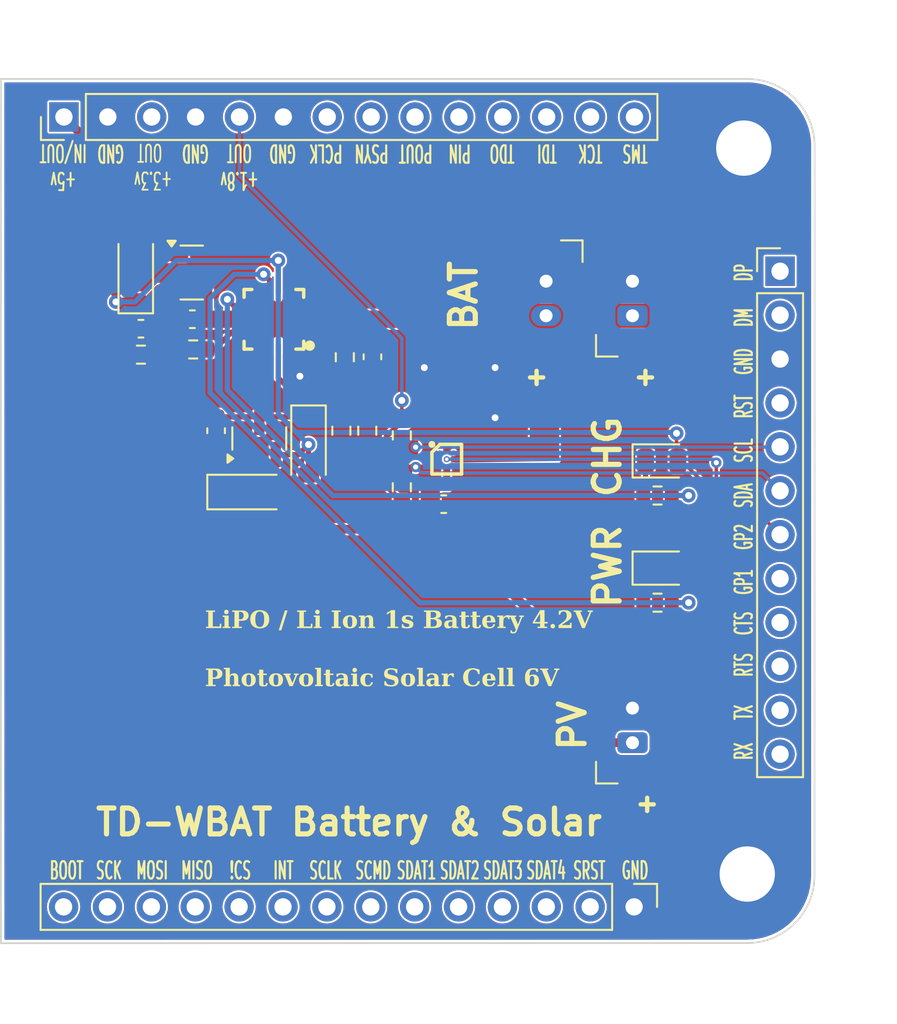
<source format=kicad_pcb>
(kicad_pcb (version 20240108) (generator "pcbnew") (generator_version "8.0")
  (title_block (title "TD-WRLS Battery hAT") (date "2024-09-02") (rev "1.0") (company "Teledatics Incorporated") (comment 1 "James Ewing"))
  (layers (0 "F.Cu" signal) (31 "B.Cu" signal) (34 "B.Paste" user) (35 "F.Paste" user) (36 "B.SilkS" user "B.Silkscreen") (37 "F.SilkS" user "F.Silkscreen") (38 "B.Mask" user) (39 "F.Mask" user) (44 "Edge.Cuts" user))
  (net 0 "")
  (net 1 "SDIO_DAT0_1v8")
  (net 2 "SPI_MISO")
  (net 3 "MODE")
  (net 4 "SPI_IRQ")
  (net 5 "SPI_MOSI")
  (net 6 "SPI_SCK")
  (net 7 "SDIO_DAT2_1v8")
  (net 8 "SPI_!CS")
  (net 9 "SDIO_CLK_1v8")
  (net 10 "SDIO_CMD_1v8")
  (net 11 "SDIO_DAT1_1v8")
  (net 12 "SDIO_DAT3_1v8")
  (net 13 "SDIO_RESET_1v8")
  (net 14 "~{RESET}")
  (net 15 "JTAG_TCK")
  (net 16 "JTAG_TDI")
  (net 17 "JTAG_TDO")
  (net 18 "JTAG_TMS")
  (net 19 "USB_D-")
  (net 20 "UART_CTS")
  (net 21 "UART_RTS")
  (net 22 "UART_TX")
  (net 23 "I2C_SDA")
  (net 24 "GPIO2")
  (net 25 "GPIO1")
  (net 26 "UART_RX")
  (net 27 "USB_D+")
  (net 28 "I2C_SCL")
  (net 29 "+1V8")
  (net 30 "PCM_CLK_1v8")
  (net 31 "PCM_OUT_1v8")
  (net 32 "PCM_IN_1v8")
  (net 33 "PCM_SYNC_1v8")
  (net 34 "GND")
  (net 35 "+5V")
  (net 36 "+3V3")
  (net 37 "BAT")
  (net 38 "Net-(IC3-REG)")
  (net 39 "Net-(D1-K)")
  (net 40 "Net-(D2-K)")
  (net 41 "PV")
  (net 42 "Net-(IC1-~{PGOOD})")
  (net 43 "Net-(IC1-ISET)")
  (net 44 "Net-(IC1-TS)")
  (net 45 "VBAT")
  (net 47 "Net-(IC1-ILIM)")
  (net 50 "Net-(D4-K)")
  (net 51 "Net-(IC1-~{CHG})")
  (net 52 "Net-(D5-A)")
  (net 53 "Net-(D3-K)")
  (net 54 "Net-(IC1-ITERM)")
  (footprint "Resistor_SMD:R_0603_1608Metric" (layer "F.Cu") (at 213.857716 101.175 90)
    (property "Reference" "R9" (hide yes))
    (property "Value" "4.7K")
    (fp_line (start -0.237258 -0.5225) (end 0.237258 -0.5225) (stroke (width 0.12)) (layer "F.SilkS"))
    (fp_line (start -0.237258 0.5225) (end 0.237258 0.5225) (stroke (width 0.12)) (layer "F.SilkS"))
    (pad "1" smd roundrect (at -0.825 0 90) (size 0.8 0.95) (layers "F.Cu" "F.Paste" "F.Mask") (net 29 "+1V8"))
    (pad "2" smd roundrect (at 0.825 0 90) (size 0.8 0.95) (layers "F.Cu" "F.Paste" "F.Mask") (net 23 "I2C_SDA"))
  )
  (footprint "Resistor_SMD:R_0603_1608Metric" (layer "F.Cu") (at 201.782716 93.2 180)
    (property "Reference" "R6" (hide yes))
    (property "Value" "1K2")
    (fp_line (start -0.237258 0.5225) (end 0.237258 0.5225) (stroke (width 0.12)) (layer "F.SilkS"))
    (fp_line (start -0.237258 -0.5225) (end 0.237258 -0.5225) (stroke (width 0.12)) (layer "F.SilkS"))
    (pad "1" smd roundrect (at -0.825 0 180) (size 0.8 0.95) (layers "F.Cu" "F.Paste" "F.Mask") (net 47 "Net-(IC1-ILIM)"))
    (pad "2" smd roundrect (at 0.825 0 180) (size 0.8 0.95) (layers "F.Cu" "F.Paste" "F.Mask") (net 34 "GND"))
  )
  (footprint "Connector_JST:JST_PH_B2B-PH-K_1x02_P2.00mm_Vertical" (layer "F.Cu") (at 227.207716 115.95 90)
    (property "Reference" "J5" (hide yes))
    (property "Value" "JST-PH")
    (fp_line (start -1.11 -2.11) (end -2.36 -2.11) (stroke (width 0.12)) (layer "F.SilkS"))
    (fp_line (start -2.36 -2.11) (end -2.36 -0.86) (stroke (width 0.12)) (layer "F.SilkS"))
    (pad "1" thru_hole roundrect (at 0 0 90) (size 1.2 1.75) (drill 0.75) (layers "*.Cu" "*.Mask") (roundrect_rratio 0.208333) (net 41 "PV"))
    (pad "2" thru_hole oval (at 2 0 90) (size 1.2 1.75) (drill 0.75) (layers "*.Cu" "*.Mask") (net 34 "GND"))
  )
  (footprint "LED_SMD:LED_0805_2012Metric" (layer "F.Cu") (at 228.897716 99.65)
    (property "Reference" "D2" (hide yes))
    (property "Value" "RD")
    (fp_line (start -1.685 -0.96) (end -1.685 0.96) (stroke (width 0.12)) (layer "F.SilkS"))
    (fp_line (start -1.685 0.96) (end 1 0.96) (stroke (width 0.12)) (layer "F.SilkS"))
    (fp_line (start 1 -0.96) (end -1.685 -0.96) (stroke (width 0.12)) (layer "F.SilkS"))
    (pad "1" smd roundrect (at -0.9375 0) (size 0.975 1.4) (layers "F.Cu" "F.Paste" "F.Mask") (net 40 "Net-(D2-K)"))
    (pad "2" smd roundrect (at 0.9375 0) (size 0.975 1.4) (layers "F.Cu" "F.Paste" "F.Mask") (net 35 "+5V"))
  )
  (footprint "Package_TO_SOT_SMD:SOT-23" (layer "F.Cu") (at 205.607716 98.35 90)
    (property "Reference" "Q2" (hide yes))
    (property "Value" "DMP1045U")
    (fp_line (start 0 -1.56) (end 0.65 -1.56) (stroke (width 0.12)) (layer "F.SilkS"))
    (fp_line (start 0 -1.56) (end -0.65 -1.56) (stroke (width 0.12)) (layer "F.SilkS"))
    (fp_line (start 0 1.56) (end 0.65 1.56) (stroke (width 0.12)) (layer "F.SilkS"))
    (fp_line (start 0 1.56) (end -0.65 1.56) (stroke (width 0.12)) (layer "F.SilkS"))
    (fp_poly (pts (xy -1.1625 -1.51) (xy -1.4025 -1.84) (xy -0.9225 -1.84) (xy -1.1625 -1.51)) (stroke (width 0.12)) (fill solid) (layer "F.SilkS"))
    (pad "1" smd roundrect (at -0.9375 -0.95 90) (size 1.475 0.6) (layers "F.Cu" "F.Paste" "F.Mask") (net 53 "Net-(D3-K)"))
    (pad "2" smd roundrect (at -0.9375 0.95 90) (size 1.475 0.6) (layers "F.Cu" "F.Paste" "F.Mask") (net 35 "+5V"))
    (pad "3" smd roundrect (at 0.9375 0 90) (size 1.475 0.6) (layers "F.Cu" "F.Paste" "F.Mask") (net 50 "Net-(D4-K)"))
  )
  (footprint "LED_SMD:LED_0805_2012Metric" (layer "F.Cu") (at 228.897716 105.85)
    (property "Reference" "D1" (hide yes))
    (property "Value" "GN")
    (fp_line (start -1.685 -0.96) (end -1.685 0.96) (stroke (width 0.12)) (layer "F.SilkS"))
    (fp_line (start -1.685 0.96) (end 1 0.96) (stroke (width 0.12)) (layer "F.SilkS"))
    (fp_line (start 1 -0.96) (end -1.685 -0.96) (stroke (width 0.12)) (layer "F.SilkS"))
    (pad "1" smd roundrect (at -0.9375 0) (size 0.975 1.4) (layers "F.Cu" "F.Paste" "F.Mask") (net 39 "Net-(D1-K)"))
    (pad "2" smd roundrect (at 0.9375 0) (size 0.975 1.4) (layers "F.Cu" "F.Paste" "F.Mask") (net 35 "+5V"))
  )
  (footprint "Resistor_SMD:R_0603_1608Metric" (layer "F.Cu") (at 210.357716 97.9 -90)
    (property "Reference" "R4" (hide yes))
    (property "Value" "1K")
    (fp_line (start -0.237258 0.5225) (end 0.237258 0.5225) (stroke (width 0.12)) (layer "F.SilkS"))
    (fp_line (start -0.237258 -0.5225) (end 0.237258 -0.5225) (stroke (width 0.12)) (layer "F.SilkS"))
    (pad "1" smd roundrect (at -0.825 0 270) (size 0.8 0.95) (layers "F.Cu" "F.Paste" "F.Mask") (net 54 "Net-(IC1-ITERM)"))
    (pad "2" smd roundrect (at 0.825 0 270) (size 0.8 0.95) (layers "F.Cu" "F.Paste" "F.Mask") (net 34 "GND"))
  )
  (footprint "Resistor_SMD:R_0603_1608Metric" (layer "F.Cu") (at 198.757716 93.5)
    (property "Reference" "R3" (hide yes))
    (property "Value" "100K")
    (fp_line (start -0.237258 -0.5225) (end 0.237258 -0.5225) (stroke (width 0.12)) (layer "F.SilkS"))
    (fp_line (start -0.237258 0.5225) (end 0.237258 0.5225) (stroke (width 0.12)) (layer "F.SilkS"))
    (pad "1" smd roundrect (at -0.825 0) (size 0.8 0.95) (layers "F.Cu" "F.Paste" "F.Mask") (net 35 "+5V"))
    (pad "2" smd roundrect (at 0.825 0) (size 0.8 0.95) (layers "F.Cu" "F.Paste" "F.Mask") (net 34 "GND"))
  )
  (footprint "Resistor_SMD:R_0603_1608Metric" (layer "F.Cu") (at 213.857716 98.175 -90)
    (property "Reference" "R8" (hide yes))
    (property "Value" "4.7K")
    (fp_line (start -0.237258 0.5225) (end 0.237258 0.5225) (stroke (width 0.12)) (layer "F.SilkS"))
    (fp_line (start -0.237258 -0.5225) (end 0.237258 -0.5225) (stroke (width 0.12)) (layer "F.SilkS"))
    (pad "1" smd roundrect (at -0.825 0 270) (size 0.8 0.95) (layers "F.Cu" "F.Paste" "F.Mask") (net 29 "+1V8"))
    (pad "2" smd roundrect (at 0.825 0 270) (size 0.8 0.95) (layers "F.Cu" "F.Paste" "F.Mask") (net 28 "I2C_SCL"))
  )
  (footprint "Package_BGA:BGA9C40P3X3_147X145X69" (layer "F.Cu") (at 216.457716 99.55)
    (property "Reference" "IC3" (hide yes))
    (property "Value" "MAX17262REWL+" (hide yes))
    (fp_line (start -0.858 -0.4) (end -0.4 -0.858) (stroke (width 0.2)) (layer "F.SilkS"))
    (fp_line (start -0.858 0.858) (end -0.858 -0.4) (stroke (width 0.2)) (layer "F.SilkS"))
    (fp_line (start -0.4 -0.858) (end 0.858 -0.858) (stroke (width 0.2)) (layer "F.SilkS"))
    (fp_line (start 0.858 -0.858) (end 0.858 0.858) (stroke (width 0.2)) (layer "F.SilkS"))
    (fp_line (start 0.858 0.858) (end -0.858 0.858) (stroke (width 0.2)) (layer "F.SilkS"))
    (fp_circle (center -0.858 -0.858) (end -0.858 -0.758) (stroke (width 0.2)) (fill none) (layer "F.SilkS"))
    (pad "A1" smd circle (at -0.4 -0.4 90) (size 0.216 0.216) (layers "F.Cu" "F.Paste" "F.Mask"))
    (pad "A2" smd circle (at 0 -0.4 90) (size 0.216 0.216) (layers "F.Cu" "F.Paste" "F.Mask") (net 37 "BAT"))
    (pad "A3" smd circle (at 0.4 -0.4 90) (size 0.216 0.216) (layers "F.Cu" "F.Paste" "F.Mask"))
    (pad "B1" smd circle (at -0.4 0 90) (size 0.216 0.216) (layers "F.Cu" "F.Paste" "F.Mask") (net 28 "I2C_SCL"))
    (pad "B2" smd circle (at 0 0 90) (size 0.216 0.216) (layers "F.Cu" "F.Paste" "F.Mask") (net 24 "GPIO2"))
    (pad "B3" smd circle (at 0.4 0 90) (size 0.216 0.216) (layers "F.Cu" "F.Paste" "F.Mask") (net 37 "BAT"))
    (pad "C1" smd circle (at -0.4 0.4 90) (size 0.216 0.216) (layers "F.Cu" "F.Paste" "F.Mask") (net 23 "I2C_SDA"))
    (pad "C2" smd circle (at 0 0.4 90) (size 0.216 0.216) (layers "F.Cu" "F.Paste" "F.Mask") (net 38 "Net-(IC3-REG)"))
    (pad "C3" smd circle (at 0.4 0.4 90) (size 0.216 0.216) (layers "F.Cu" "F.Paste" "F.Mask") (net 34 "GND"))
  )
  (footprint "Diode_SMD:D_SOD-123" (layer "F.Cu") (at 208.457716 98.8 -90)
    (property "Reference" "D4" (hide yes))
    (property "Value" "B5819W")
    (fp_line (start -2.36 1) (end 1.65 1) (stroke (width 0.12)) (layer "F.SilkS"))
    (fp_line (start -2.36 -1) (end -2.36 1) (stroke (width 0.12)) (layer "F.SilkS"))
    (fp_line (start -2.36 -1) (end 1.65 -1) (stroke (width 0.12)) (layer "F.SilkS"))
    (pad "1" smd roundrect (at -1.65 0 270) (size 0.9 1.2) (layers "F.Cu" "F.Paste" "F.Mask") (net 50 "Net-(D4-K)"))
    (pad "2" smd roundrect (at 1.65 0 270) (size 0.9 1.2) (layers "F.Cu" "F.Paste" "F.Mask") (net 35 "+5V"))
  )
  (footprint "Capacitor_SMD:C_0603_1608Metric" (layer "F.Cu") (at 198.757716 92)
    (property "Reference" "C5" (hide yes))
    (property "Value" "1u")
    (fp_line (start -0.14058 -0.51) (end 0.14058 -0.51) (stroke (width 0.12)) (layer "F.SilkS"))
    (fp_line (start -0.14058 0.51) (end 0.14058 0.51) (stroke (width 0.12)) (layer "F.SilkS"))
    (pad "1" smd roundrect (at -0.775 0) (size 0.9 0.95) (layers "F.Cu" "F.Paste" "F.Mask") (net 35 "+5V"))
    (pad "2" smd roundrect (at 0.775 0) (size 0.9 0.95) (layers "F.Cu" "F.Paste" "F.Mask") (net 34 "GND"))
  )
  (footprint "Connector_JST:JST_PH_B2B-PH-K_1x02_P2.00mm_Vertical" (layer "F.Cu") (at 222.207716 89.25 -90)
    (property "Reference" "J6" (hide yes))
    (property "Value" "JST-PH")
    (fp_line (start -2.36 -2.11) (end -2.36 -0.86) (stroke (width 0.12)) (layer "F.SilkS"))
    (fp_line (start -1.11 -2.11) (end -2.36 -2.11) (stroke (width 0.12)) (layer "F.SilkS"))
    (pad "1" thru_hole roundrect (at 0 0 270) (size 1.2 1.75) (drill 0.75) (layers "*.Cu" "*.Mask") (roundrect_rratio 0.208333) (net 34 "GND"))
    (pad "2" thru_hole oval (at 2 0 270) (size 1.2 1.75) (drill 0.75) (layers "*.Cu" "*.Mask") (net 37 "BAT"))
  )
  (footprint "Connector_PinHeader_2.54mm:PinHeader_1x14_P2.54mm_Vertical" (layer "F.Cu") (at 194.3 79.75 90)
    (property "Reference" "J3" (hide yes))
    (property "Value" "Conn_01x14_Male")
    (fp_line (start -1.33 -1.33) (end 0 -1.33) (stroke (width 0.12)) (layer "F.SilkS"))
    (fp_line (start -1.33 0) (end -1.33 -1.33) (stroke (width 0.12)) (layer "F.SilkS"))
    (fp_line (start 1.33 1.27) (end 1.33 34.35) (stroke (width 0.12)) (layer "F.SilkS"))
    (fp_line (start -1.33 1.27) (end 1.33 1.27) (stroke (width 0.12)) (layer "F.SilkS"))
    (fp_line (start -1.33 1.27) (end -1.33 34.35) (stroke (width 0.12)) (layer "F.SilkS"))
    (fp_line (start -1.33 34.35) (end 1.33 34.35) (stroke (width 0.12)) (layer "F.SilkS"))
    (pad "1" thru_hole rect (at 0 0 90) (size 1.7 1.7) (drill 1) (layers "*.Cu" "*.Mask") (net 35 "+5V"))
    (pad "2" thru_hole oval (at 0 2.54 90) (size 1.7 1.7) (drill 1) (layers "*.Cu" "*.Mask") (net 34 "GND"))
    (pad "3" thru_hole oval (at 0 5.08 90) (size 1.7 1.7) (drill 1) (layers "*.Cu" "*.Mask") (net 36 "+3V3"))
    (pad "4" thru_hole oval (at 0 7.62 90) (size 1.7 1.7) (drill 1) (layers "*.Cu" "*.Mask") (net 34 "GND"))
    (pad "5" thru_hole oval (at 0 10.16 90) (size 1.7 1.7) (drill 1) (layers "*.Cu" "*.Mask") (net 29 "+1V8"))
    (pad "6" thru_hole oval (at 0 12.7 90) (size 1.7 1.7) (drill 1) (layers "*.Cu" "*.Mask") (net 34 "GND"))
    (pad "7" thru_hole oval (at 0 15.24 90) (size 1.7 1.7) (drill 1) (layers "*.Cu" "*.Mask") (net 30 "PCM_CLK_1v8"))
    (pad "8" thru_hole oval (at 0 17.78 90) (size 1.7 1.7) (drill 1) (layers "*.Cu" "*.Mask") (net 33 "PCM_SYNC_1v8"))
    (pad "9" thru_hole oval (at 0 20.32 90) (size 1.7 1.7) (drill 1) (layers "*.Cu" "*.Mask") (net 31 "PCM_OUT_1v8"))
    (pad "10" thru_hole oval (at 0 22.86 90) (size 1.7 1.7) (drill 1) (layers "*.Cu" "*.Mask") (net 32 "PCM_IN_1v8"))
    (pad "11" thru_hole oval (at 0 25.4 90) (size 1.7 1.7) (drill 1) (layers "*.Cu" "*.Mask") (net 17 "JTAG_TDO"))
    (pad "12" thru_hole oval (at 0 27.94 90) (size 1.7 1.7) (drill 1) (layers "*.Cu" "*.Mask") (net 16 "JTAG_TDI"))
    (pad "13" thru_hole oval (at 0 30.48 90) (size 1.7 1.7) (drill 1) (layers "*.Cu" "*.Mask") (net 15 "JTAG_TCK"))
    (pad "14" thru_hole oval (at 0 33.02 90) (size 1.7 1.7) (drill 1) (layers "*.Cu" "*.Mask") (net 18 "JTAG_TMS"))
  )
  (footprint "Diode_SMD:D_SOD-123" (layer "F.Cu") (at 198.457716 88.75 90)
    (property "Reference" "D5" (hide yes))
    (property "Value" "B5819W")
    (fp_line (start -2.36 -1) (end 1.65 -1) (stroke (width 0.12)) (layer "F.SilkS"))
    (fp_line (start -2.36 -1) (end -2.36 1) (stroke (width 0.12)) (layer "F.SilkS"))
    (fp_line (start -2.36 1) (end 1.65 1) (stroke (width 0.12)) (layer "F.SilkS"))
    (pad "1" smd roundrect (at -1.65 0 90) (size 0.9 1.2) (layers "F.Cu" "F.Paste" "F.Mask") (net 35 "+5V"))
    (pad "2" smd roundrect (at 1.65 0 90) (size 0.9 1.2) (layers "F.Cu" "F.Paste" "F.Mask") (net 52 "Net-(D5-A)"))
  )
  (footprint "Package_TO_SOT_SMD:SOT-23" (layer "F.Cu") (at 201.695216 88.75)
    (property "Reference" "Q1" (hide yes))
    (property "Value" "DMP1045U")
    (fp_line (start 0 -1.56) (end -0.65 -1.56) (stroke (width 0.12)) (layer "F.SilkS"))
    (fp_line (start 0 -1.56) (end 0.65 -1.56) (stroke (width 0.12)) (layer "F.SilkS"))
    (fp_line (start 0 1.56) (end -0.65 1.56) (stroke (width 0.12)) (layer "F.SilkS"))
    (fp_line (start 0 1.56) (end 0.65 1.56) (stroke (width 0.12)) (layer "F.SilkS"))
    (fp_poly (pts (xy -1.1625 -1.51) (xy -1.4025 -1.84) (xy -0.9225 -1.84) (xy -1.1625 -1.51)) (stroke (width 0.12)) (fill solid) (layer "F.SilkS"))
    (pad "1" smd roundrect (at -0.9375 -0.95) (size 1.475 0.6) (layers "F.Cu" "F.Paste" "F.Mask") (net 52 "Net-(D5-A)"))
    (pad "2" smd roundrect (at -0.9375 0.95) (size 1.475 0.6) (layers "F.Cu" "F.Paste" "F.Mask") (net 35 "+5V"))
    (pad "3" smd roundrect (at 0.9375 0) (size 1.475 0.6) (layers "F.Cu" "F.Paste" "F.Mask") (net 45 "VBAT"))
  )
  (footprint "MountingHole:MountingHole_3.2mm_M3_Pad" (layer "F.Cu") (at 233.85 123.55)
    (property "Reference" "H2" (hide yes))
    (property "Value" "MountingHole")
    (pad "1" thru_hole circle (at 0 0) (size 6.4 6.4) (drill 3.2) (layers "*.Cu" "*.Mask") (net 34 "GND"))
  )
  (footprint "Resistor_SMD:R_0603_1608Metric" (layer "F.Cu") (at 211.857716 97.9 -90)
    (property "Reference" "R5" (hide yes))
    (property "Value" "680R")
    (fp_line (start -0.237258 0.5225) (end 0.237258 0.5225) (stroke (width 0.12)) (layer "F.SilkS"))
    (fp_line (start -0.237258 -0.5225) (end 0.237258 -0.5225) (stroke (width 0.12)) (layer "F.SilkS"))
    (pad "1" smd roundrect (at -0.825 0 270) (size 0.8 0.95) (layers "F.Cu" "F.Paste" "F.Mask") (net 43 "Net-(IC1-ISET)"))
    (pad "2" smd roundrect (at 0.825 0 270) (size 0.8 0.95) (layers "F.Cu" "F.Paste" "F.Mask") (net 34 "GND"))
  )
  (footprint "Capacitor_SMD:C_0603_1608Metric" (layer "F.Cu") (at 216.282716 102.15)
    (property "Reference" "C4" (hide yes))
    (property "Value" "470n")
    (fp_line (start -0.14058 -0.51) (end 0.14058 -0.51) (stroke (width 0.12)) (layer "F.SilkS"))
    (fp_line (start -0.14058 0.51) (end 0.14058 0.51) (stroke (width 0.12)) (layer "F.SilkS"))
    (pad "1" smd roundrect (at -0.775 0) (size 0.9 0.95) (layers "F.Cu" "F.Paste" "F.Mask") (net 38 "Net-(IC3-REG)"))
    (pad "2" smd roundrect (at 0.775 0) (size 0.9 0.95) (layers "F.Cu" "F.Paste" "F.Mask") (net 34 "GND"))
  )
  (footprint "MountingHole:MountingHole_3.2mm_M3_Pad" (layer "F.Cu") (at 233.65 81.55)
    (property "Reference" "H1" (hide yes))
    (property "Value" "MountingHole")
    (pad "1" thru_hole circle (at 0 0) (size 6.4 6.4) (drill 3.2) (layers "*.Cu" "*.Mask") (net 34 "GND"))
  )
  (footprint "Capacitor_SMD:C_0603_1608Metric" (layer "F.Cu") (at 201.732716 91.45 180)
    (property "Reference" "C2" (hide yes))
    (property "Value" "4.7u")
    (fp_line (start -0.14058 0.51) (end 0.14058 0.51) (stroke (width 0.12)) (layer "F.SilkS"))
    (fp_line (start -0.14058 -0.51) (end 0.14058 -0.51) (stroke (width 0.12)) (layer "F.SilkS"))
    (pad "1" smd roundrect (at -0.775 0 180) (size 0.9 0.95) (layers "F.Cu" "F.Paste" "F.Mask") (net 45 "VBAT"))
    (pad "2" smd roundrect (at 0.775 0 180) (size 0.9 0.95) (layers "F.Cu" "F.Paste" "F.Mask") (net 34 "GND"))
  )
  (footprint "Connector_PinHeader_2.54mm:PinHeader_1x12_P2.54mm_Vertical" (layer "F.Cu") (at 235.75 88.675)
    (property "Reference" "J2" (hide yes))
    (property "Value" "Conn_01x12_Male")
    (fp_line (start -1.33 -1.33) (end 0 -1.33) (stroke (width 0.12)) (layer "F.SilkS"))
    (fp_line (start -1.33 0) (end -1.33 -1.33) (stroke (width 0.12)) (layer "F.SilkS"))
    (fp_line (start -1.33 1.27) (end -1.33 29.27) (stroke (width 0.12)) (layer "F.SilkS"))
    (fp_line (start -1.33 1.27) (end 1.33 1.27) (stroke (width 0.12)) (layer "F.SilkS"))
    (fp_line (start -1.33 29.27) (end 1.33 29.27) (stroke (width 0.12)) (layer "F.SilkS"))
    (fp_line (start 1.33 1.27) (end 1.33 29.27) (stroke (width 0.12)) (layer "F.SilkS"))
    (pad "1" thru_hole rect (at 0 0) (size 1.7 1.7) (drill 1) (layers "*.Cu" "*.Mask") (net 27 "USB_D+"))
    (pad "2" thru_hole oval (at 0 2.54) (size 1.7 1.7) (drill 1) (layers "*.Cu" "*.Mask") (net 19 "USB_D-"))
    (pad "3" thru_hole oval (at 0 5.08) (size 1.7 1.7) (drill 1) (layers "*.Cu" "*.Mask") (net 34 "GND"))
    (pad "4" thru_hole oval (at 0 7.62) (size 1.7 1.7) (drill 1) (layers "*.Cu" "*.Mask") (net 14 "~{RESET}"))
    (pad "5" thru_hole oval (at 0 10.16) (size 1.7 1.7) (drill 1) (layers "*.Cu" "*.Mask") (net 28 "I2C_SCL"))
    (pad "6" thru_hole oval (at 0 12.7) (size 1.7 1.7) (drill 1) (layers "*.Cu" "*.Mask") (net 23 "I2C_SDA"))
    (pad "7" thru_hole oval (at 0 15.24) (size 1.7 1.7) (drill 1) (layers "*.Cu" "*.Mask") (net 24 "GPIO2"))
    (pad "8" thru_hole oval (at 0 17.78) (size 1.7 1.7) (drill 1) (layers "*.Cu" "*.Mask") (net 25 "GPIO1"))
    (pad "9" thru_hole oval (at 0 20.32) (size 1.7 1.7) (drill 1) (layers "*.Cu" "*.Mask") (net 20 "UART_CTS"))
    (pad "10" thru_hole oval (at 0 22.86) (size 1.7 1.7) (drill 1) (layers "*.Cu" "*.Mask") (net 21 "UART_RTS"))
    (pad "11" thru_hole oval (at 0 25.4) (size 1.7 1.7) (drill 1) (layers "*.Cu" "*.Mask") (net 22 "UART_TX"))
    (pad "12" thru_hole oval (at 0 27.94) (size 1.7 1.7) (drill 1) (layers "*.Cu" "*.Mask") (net 26 "UART_RX"))
  )
  (footprint "Capacitor_SMD:C_0603_1608Metric" (layer "F.Cu") (at 212.157716 93.625 -90)
    (property "Reference" "C1" (hide yes))
    (property "Value" "10u")
    (fp_line (start -0.14058 0.51) (end 0.14058 0.51) (stroke (width 0.12)) (layer "F.SilkS"))
    (fp_line (start -0.14058 -0.51) (end 0.14058 -0.51) (stroke (width 0.12)) (layer "F.SilkS"))
    (pad "1" smd roundrect (at -0.775 0 270) (size 0.9 0.95) (layers "F.Cu" "F.Paste" "F.Mask") (net 37 "BAT"))
    (pad "2" smd roundrect (at 0.775 0 270) (size 0.9 0.95) (layers "F.Cu" "F.Paste" "F.Mask") (net 34 "GND"))
  )
  (footprint "Resistor_SMD:R_0603_1608Metric" (layer "F.Cu") (at 228.657716 107.85)
    (property "Reference" "R1" (hide yes))
    (property "Value" "1K5")
    (fp_line (start -0.237258 -0.5225) (end 0.237258 -0.5225) (stroke (width 0.12)) (layer "F.SilkS"))
    (fp_line (start -0.237258 0.5225) (end 0.237258 0.5225) (stroke (width 0.12)) (layer "F.SilkS"))
    (pad "1" smd roundrect (at -0.825 0) (size 0.8 0.95) (layers "F.Cu" "F.Paste" "F.Mask") (net 39 "Net-(D1-K)"))
    (pad "2" smd roundrect (at 0.825 0) (size 0.8 0.95) (layers "F.Cu" "F.Paste" "F.Mask") (net 42 "Net-(IC1-~{PGOOD})"))
  )
  (footprint "Diode_SMD:D_SOD-123" (layer "F.Cu") (at 204.957716 101.45)
    (property "Reference" "D3" (hide yes))
    (property "Value" "B5819W")
    (fp_line (start -2.36 -1) (end -2.36 1) (stroke (width 0.12)) (layer "F.SilkS"))
    (fp_line (start -2.36 -1) (end 1.65 -1) (stroke (width 0.12)) (layer "F.SilkS"))
    (fp_line (start -2.36 1) (end 1.65 1) (stroke (width 0.12)) (layer "F.SilkS"))
    (pad "1" smd roundrect (at -1.65 0) (size 0.9 1.2) (layers "F.Cu" "F.Paste" "F.Mask") (net 53 "Net-(D3-K)"))
    (pad "2" smd roundrect (at 1.65 0) (size 0.9 1.2) (layers "F.Cu" "F.Paste" "F.Mask") (net 41 "PV"))
  )
  (footprint "Connector_JST:JST_PH_B2B-PH-K_1x02_P2.00mm_Vertical" (layer "F.Cu") (at 227.207716 91.25 90)
    (property "Reference" "J4" (hide yes))
    (property "Value" "JST-PH")
    (fp_line (start -1.11 -2.11) (end -2.36 -2.11) (stroke (width 0.12)) (layer "F.SilkS"))
    (fp_line (start -2.36 -2.11) (end -2.36 -0.86) (stroke (width 0.12)) (layer "F.SilkS"))
    (pad "1" thru_hole roundrect (at 0 0 90) (size 1.2 1.75) (drill 0.75) (layers "*.Cu" "*.Mask") (roundrect_rratio 0.208333) (net 37 "BAT"))
    (pad "2" thru_hole oval (at 2 0 90) (size 1.2 1.75) (drill 0.75) (layers "*.Cu" "*.Mask") (net 34 "GND"))
  )
  (footprint "Capacitor_SMD:C_0603_1608Metric" (layer "F.Cu") (at 203.107716 97.9 -90)
    (property "Reference" "C3" (hide yes))
    (property "Value" "1u")
    (fp_line (start -0.14058 0.51) (end 0.14058 0.51) (stroke (width 0.12)) (layer "F.SilkS"))
    (fp_line (start -0.14058 -0.51) (end 0.14058 -0.51) (stroke (width 0.12)) (layer "F.SilkS"))
    (pad "1" smd roundrect (at -0.775 0 270) (size 0.9 0.95) (layers "F.Cu" "F.Paste" "F.Mask") (net 50 "Net-(D4-K)"))
    (pad "2" smd roundrect (at 0.775 0 270) (size 0.9 0.95) (layers "F.Cu" "F.Paste" "F.Mask") (net 34 "GND"))
  )
  (footprint "easyeda2kicad:QFN-16_L3.0-W3.0-P0.50-TL-EP1.7" (layer "F.Cu") (at 206.457716 91.45 180)
    (property "Reference" "IC1" (hide yes))
    (property "Value" "BQ24074RGTR")
    (fp_line (start 1.73 1.72) (end 1.73 1.27) (stroke (width 0.2)) (layer "F.SilkS"))
    (fp_line (start 1.73 -1.73) (end 1.73 -1.28) (stroke (width 0.2)) (layer "F.SilkS"))
    (fp_line (start 1.28 1.72) (end 1.73 1.72) (stroke (width 0.2)) (layer "F.SilkS"))
    (fp_line (start 1.28 -1.73) (end 1.73 -1.73) (stroke (width 0.2)) (layer "F.SilkS"))
    (fp_line (start -1.27 1.72) (end -1.72 1.72) (stroke (width 0.2)) (layer "F.SilkS"))
    (fp_line (start -1.72 1.72) (end -1.72 1.27) (stroke (width 0.2)) (layer "F.SilkS"))
    (fp_line (start -1.72 -1.28) (end -1.72 -1.73) (stroke (width 0.2)) (layer "F.SilkS"))
    (fp_line (start -1.72 -1.73) (end -1.27 -1.73) (stroke (width 0.2)) (layer "F.SilkS"))
    (fp_arc (start -2.07 -1.53) (mid -2.07 -1.53) (end -2.07 -1.53) (stroke (width 0.3)) (layer "F.SilkS"))
    (pad "1" smd oval (at -1.5 -0.75 180) (size 0.85 0.28) (layers "F.Cu" "F.Paste" "F.Mask") (net 44 "Net-(IC1-TS)"))
    (pad "2" smd oval (at -1.5 -0.25 180) (size 0.85 0.28) (layers "F.Cu" "F.Paste" "F.Mask") (net 37 "BAT"))
    (pad "3" smd oval (at -1.5 0.25 180) (size 0.85 0.28) (layers "F.Cu" "F.Paste" "F.Mask") (net 37 "BAT"))
    (pad "4" smd oval (at -1.5 0.75 180) (size 0.85 0.28) (layers "F.Cu" "F.Paste" "F.Mask") (net 34 "GND"))
    (pad "5" smd oval (at -0.75 1.5 180) (size 0.28 0.85) (layers "F.Cu" "F.Paste" "F.Mask") (net 34 "GND"))
    (pad "6" smd oval (at -0.25 1.5 180) (size 0.28 0.85) (layers "F.Cu" "F.Paste" "F.Mask") (net 35 "+5V"))
    (pad "7" smd oval (at 0.25 1.5 180) (size 0.28 0.85) (layers "F.Cu" "F.Paste" "F.Mask") (net 42 "Net-(IC1-~{PGOOD})"))
    (pad "8" smd oval (at 0.75 1.5 180) (size 0.28 0.85) (layers "F.Cu" "F.Paste" "F.Mask") (net 34 "GND"))
    (pad "9" smd oval (at 1.5 0.75 180) (size 0.85 0.28) (layers "F.Cu" "F.Paste" "F.Mask") (net 51 "Net-(IC1-~{CHG})"))
    (pad "10" smd oval (at 1.5 0.25 180) (size 0.85 0.28) (layers "F.Cu" "F.Paste" "F.Mask") (net 45 "VBAT"))
    (pad "11" smd oval (at 1.5 -0.25 180) (size 0.85 0.28) (layers "F.Cu" "F.Paste" "F.Mask") (net 45 "VBAT"))
    (pad "12" smd oval (at 1.5 -0.75 180) (size 0.85 0.28) (layers "F.Cu" "F.Paste" "F.Mask") (net 47 "Net-(IC1-ILIM)"))
    (pad "13" smd oval (at 0.75 -1.5 180) (size 0.28 0.85) (layers "F.Cu" "F.Paste" "F.Mask") (net 50 "Net-(D4-K)"))
    (pad "14" smd oval (at 0.25 -1.5 180) (size 0.28 0.85) (layers "F.Cu" "F.Paste" "F.Mask"))
    (pad "15" smd oval (at -0.25 -1.5 180) (size 0.28 0.85) (layers "F.Cu" "F.Paste" "F.Mask") (net 54 "Net-(IC1-ITERM)"))
    (pad "16" smd oval (at -0.75 -1.5 180) (size 0.28 0.85) (layers "F.Cu" "F.Paste" "F.Mask") (net 43 "Net-(IC1-ISET)"))
    (pad "17" smd custom (at 0 0 90) (size 1 1) (layers "F.Cu" "F.Paste" "F.Mask") (net 34 "GND") (options (clearance outline) (anchor circle)) (primitives (gr_poly (pts (xy 0.85 -0.85) (xy 0.85 0.85) (xy -0.85 0.85) (xy -0.85 -0.43) (xy -0.42 -0.85)) (width 0.1) (fill yes))))
  )
  (footprint "Connector_PinHeader_2.54mm:PinHeader_1x14_P2.54mm_Vertical" (layer "F.Cu") (at 227.3 125.45 -90)
    (property "Reference" "J1" (hide yes))
    (property "Value" "Conn_01x14_Male")
    (fp_line (start -1.33 34.35) (end 1.33 34.35) (stroke (width 0.12)) (layer "F.SilkS"))
    (fp_line (start -1.33 1.27) (end -1.33 34.35) (stroke (width 0.12)) (layer "F.SilkS"))
    (fp_line (start -1.33 1.27) (end 1.33 1.27) (stroke (width 0.12)) (layer "F.SilkS"))
    (fp_line (start 1.33 1.27) (end 1.33 34.35) (stroke (width 0.12)) (layer "F.SilkS"))
    (fp_line (start -1.33 0) (end -1.33 -1.33) (stroke (width 0.12)) (layer "F.SilkS"))
    (fp_line (start -1.33 -1.33) (end 0 -1.33) (stroke (width 0.12)) (layer "F.SilkS"))
    (pad "1" thru_hole rect (at 0 0 270) (size 1.7 1.7) (drill 1) (layers "*.Cu" "*.Mask") (net 34 "GND"))
    (pad "2" thru_hole oval (at 0 2.54 270) (size 1.7 1.7) (drill 1) (layers "*.Cu" "*.Mask") (net 13 "SDIO_RESET_1v8"))
    (pad "3" thru_hole oval (at 0 5.08 270) (size 1.7 1.7) (drill 1) (layers "*.Cu" "*.Mask") (net 12 "SDIO_DAT3_1v8"))
    (pad "4" thru_hole oval (at 0 7.62 270) (size 1.7 1.7) (drill 1) (layers "*.Cu" "*.Mask") (net 7 "SDIO_DAT2_1v8"))
    (pad "5" thru_hole oval (at 0 10.16 270) (size 1.7 1.7) (drill 1) (layers "*.Cu" "*.Mask") (net 11 "SDIO_DAT1_1v8"))
    (pad "6" thru_hole oval (at 0 12.7 270) (size 1.7 1.7) (drill 1) (layers "*.Cu" "*.Mask") (net 1 "SDIO_DAT0_1v8"))
    (pad "7" thru_hole oval (at 0 15.24 270) (size 1.7 1.7) (drill 1) (layers "*.Cu" "*.Mask") (net 10 "SDIO_CMD_1v8"))
    (pad "8" thru_hole oval (at 0 17.78 270) (size 1.7 1.7) (drill 1) (layers "*.Cu" "*.Mask") (net 9 "SDIO_CLK_1v8"))
    (pad "9" thru_hole oval (at 0 20.32 270) (size 1.7 1.7) (drill 1) (layers "*.Cu" "*.Mask") (net 4 "SPI_IRQ"))
    (pad "10" thru_hole oval (at 0 22.86 270) (size 1.7 1.7) (drill 1) (layers "*.Cu" "*.Mask") (net 8 "SPI_!CS"))
    (pad "11" thru_hole oval (at 0 25.4 270) (size 1.7 1.7) (drill 1) (layers "*.Cu" "*.Mask") (net 2 "SPI_MISO"))
    (pad "12" thru_hole oval (at 0 27.94 270) (size 1.7 1.7) (drill 1) (layers "*.Cu" "*.Mask") (net 5 "SPI_MOSI"))
    (pad "13" thru_hole oval (at 0 30.48 270) (size 1.7 1.7) (drill 1) (layers "*.Cu" "*.Mask") (net 6 "SPI_SCK"))
    (pad "14" thru_hole oval (at 0 33.02 270) (size 1.7 1.7) (drill 1) (layers "*.Cu" "*.Mask") (net 3 "MODE"))
  )
  (footprint "Resistor_SMD:R_0603_1608Metric" (layer "F.Cu") (at 228.657716 101.65)
    (property "Reference" "R7" (hide yes))
    (property "Value" "1K5")
    (fp_line (start -0.237258 -0.5225) (end 0.237258 -0.5225) (stroke (width 0.12)) (layer "F.SilkS"))
    (fp_line (start -0.237258 0.5225) (end 0.237258 0.5225) (stroke (width 0.12)) (layer "F.SilkS"))
    (pad "1" smd roundrect (at -0.825 0) (size 0.8 0.95) (layers "F.Cu" "F.Paste" "F.Mask") (net 40 "Net-(D2-K)"))
    (pad "2" smd roundrect (at 0.825 0) (size 0.8 0.95) (layers "F.Cu" "F.Paste" "F.Mask") (net 51 "Net-(IC1-~{CHG})"))
  )
  (footprint "Resistor_SMD:R_0603_1608Metric" (layer "F.Cu") (at 210.557716 93.65 -90)
    (property "Reference" "R2" (hide yes))
    (property "Value" "10K")
    (fp_line (start -0.237258 0.5225) (end 0.237258 0.5225) (stroke (width 0.12)) (layer "F.SilkS"))
    (fp_line (start -0.237258 -0.5225) (end 0.237258 -0.5225) (stroke (width 0.12)) (layer "F.SilkS"))
    (pad "1" smd roundrect (at -0.825 0 270) (size 0.8 0.95) (layers "F.Cu" "F.Paste" "F.Mask") (net 44 "Net-(IC1-TS)"))
    (pad "2" smd roundrect (at 0.825 0 270) (size 0.8 0.95) (layers "F.Cu" "F.Paste" "F.Mask") (net 34 "GND"))
  )
  (footprint "teledatics:teledatics_logo_kicad_footprint" (layer "F.Cu") (at 208.864169 102.373282 90)
    (property "Reference" "G***" (hide yes))
    (property "Value" "LOGO" (hide yes))
  )
  (gr_line (start 233.842284 127.542284) (end 190.657716 127.55) (stroke (width 0.1)) (layer "Edge.Cuts"))
  (gr_line (start 190.65 77.55) (end 233.85 77.55) (stroke (width 0.1)) (layer "Edge.Cuts"))
  (gr_arc (start 237.742284 123.642284) (mid 236.6 126.4) (end 233.842284 127.542284) (stroke (width 0.1)) (layer "Edge.Cuts"))
  (gr_arc (start 233.85 77.55) (mid 236.607716 78.692284) (end 237.75 81.45) (stroke (width 0.1)) (layer "Edge.Cuts"))
  (gr_line (start 190.657716 127.55) (end 190.65 77.55) (stroke (width 0.1)) (layer "Edge.Cuts"))
  (gr_line (start 237.75 81.45) (end 237.742284 123.642284) (stroke (width 0.1)) (layer "Edge.Cuts"))
  (gr_text "+5v\nIN/OUT" (at 194.257716 82.633035 180) (layer "F.SilkS") (effects (font (size 1 0.5) (thickness 0.1125))))
  (gr_text "INT" (at 207.007716 123.35 0) (layer "F.SilkS") (effects (font (size 1 0.5) (thickness 0.125))))
  (gr_text "TMS" (at 227.357716 81.85 180) (layer "F.SilkS") (effects (font (size 1 0.5) (thickness 0.125))))
  (gr_text "PSYN" (at 212.107716 81.85 180) (layer "F.SilkS") (effects (font (size 1 0.5) (thickness 0.125))))
  (gr_text "GP1" (at 233.657716 106.65 90) (layer "F.SilkS") (effects (font (size 1 0.5) (thickness 0.125))))
  (gr_text "PWR" (at 226.635216 108.3 90) (layer "F.SilkS") (effects (font (size 1.5 1.5) (thickness 0.3) (bold yes)) (justify left bottom)))
  (gr_text "PIN" (at 217.207716 81.85 180) (layer "F.SilkS") (effects (font (size 1 0.5) (thickness 0.125))))
  (gr_text "TDI" (at 222.257716 81.85 180) (layer "F.SilkS") (effects (font (size 1 0.5) (thickness 0.125))))
  (gr_text "+3.3v\n OUT" (at 199.457716 82.611097 180) (layer "F.SilkS") (effects (font (size 1 0.5) (thickness 0.1))))
  (gr_text "TX" (at 233.657716 114.2 90) (layer "F.SilkS") (effects (font (size 1 0.5) (thickness 0.125))))
  (gr_text "SCLK" (at 209.457716 123.35 0) (layer "F.SilkS") (effects (font (size 1 0.5) (thickness 0.125))))
  (gr_text "TCK" (at 224.757716 81.85 180) (layer "F.SilkS") (effects (font (size 1 0.5) (thickness 0.125))))
  (gr_text "+" (at 228.057716 119.45 0) (layer "F.SilkS") (effects (font (size 1 1) (thickness 0.25))))
  (gr_text "DM" (at 233.657716 91.35 90) (layer "F.SilkS") (effects (font (size 1 0.5) (thickness 0.125))))
  (gr_text "RX" (at 233.657716 116.45 90) (layer "F.SilkS") (effects (font (size 1 0.5) (thickness 0.125))))
  (gr_text "SCK" (at 196.907716 123.35 0) (layer "F.SilkS") (effects (font (size 1 0.5) (thickness 0.125))))
  (gr_text "SDA" (at 233.657716 101.65 90) (layer "F.SilkS") (effects (font (size 1 0.5) (thickness 0.125))))
  (gr_text "+1.8v\nOUT" (at 204.457716 82.633035 180) (layer "F.SilkS") (effects (font (size 1 0.5) (thickness 0.1125))))
  (gr_text "TDO" (at 219.657716 81.85 180) (layer "F.SilkS") (effects (font (size 1 0.5) (thickness 0.125))))
  (gr_text "POUT" (at 214.657716 81.85 180) (layer "F.SilkS") (effects (font (size 1 0.5) (thickness 0.125))))
  (gr_text "CTS" (at 233.657716 109.05 90) (layer "F.SilkS") (effects (font (size 1 0.5) (thickness 0.125))))
  (gr_text "SCMD" (at 212.207716 123.35 0) (layer "F.SilkS") (effects (font (size 1 0.5) (thickness 0.125))))
  (gr_text "RTS" (at 233.657716 111.45 90) (layer "F.SilkS") (effects (font (size 1 0.5) (thickness 0.125))))
  (gr_text "GP2" (at 233.657716 104.05 90) (layer "F.SilkS") (effects (font (size 1 0.5) (thickness 0.125))))
  (gr_text "GND" (at 197.007716 81.85 180) (layer "F.SilkS") (effects (font (size 1 0.5) (thickness 0.125))))
  (gr_text "SDAT4" (at 222.207716 123.35 0) (layer "F.SilkS") (effects (font (size 1 0.5) (thickness 0.125))))
  (gr_text "BAT" (at 218.307716 92.25 90) (layer "F.SilkS") (effects (font (size 1.5 1.5) (thickness 0.3) (bold yes)) (justify left bottom)))
  (gr_text "GND" (at 233.657716 93.9 90) (layer "F.SilkS") (effects (font (size 1 0.5) (thickness 0.125))))
  (gr_text "GND" (at 206.957716 81.85 180) (layer "F.SilkS") (effects (font (size 1 0.5) (thickness 0.125))))
  (gr_text "SCL" (at 233.657716 99.05 90) (layer "F.SilkS") (effects (font (size 1 0.5) (thickness 0.125))))
  (gr_text "SDAT2" (at 217.207716 123.35 0) (layer "F.SilkS") (effects (font (size 1 0.5) (thickness 0.125))))
  (gr_text "SDAT1" (at 214.707716 123.35 0) (layer "F.SilkS") (effects (font (size 1 0.5) (thickness 0.125))))
  (gr_text "RST" (at 233.657716 96.5 90) (layer "F.SilkS") (effects (font (size 1 0.5) (thickness 0.125))))
  (gr_text "SRST" (at 224.707716 123.35 0) (layer "F.SilkS") (effects (font (size 1 0.5) (thickness 0.125))))
  (gr_text "+" (at 221.657716 94.75 0) (layer "F.SilkS") (effects (font (size 1 1) (thickness 0.25))))
  (gr_text "!CS" (at 204.507716 123.35 0) (layer "F.SilkS") (effects (font (size 1 0.5) (thickness 0.125))))
  (gr_text "GND" (at 227.357716 123.35 0) (layer "F.SilkS") (effects (font (size 1 0.5) (thickness 0.125))))
  (gr_text "DP" (at 233.657716 88.75 90) (layer "F.SilkS") (effects (font (size 1 0.5) (thickness 0.125))))
  (gr_text "BOOT" (at 194.457716 123.35 0) (layer "F.SilkS") (effects (font (size 1 0.5) (thickness 0.125))))
  (gr_text "MOSI" (at 199.407716 123.35 0) (layer "F.SilkS") (effects (font (size 1 0.5) (thickness 0.125))))
  (gr_text "MISO" (at 202.007716 123.35 0) (layer "F.SilkS") (effects (font (size 1 0.5) (thickness 0.125))))
  (gr_text "PV" (at 224.607716 116.55 90) (layer "F.SilkS") (effects (font (size 1.5 1.5) (thickness 0.3) (bold yes)) (justify left bottom)))
  (gr_text "SDAT3" (at 219.707716 123.35 0) (layer "F.SilkS") (effects (font (size 1 0.5) (thickness 0.125))))
  (gr_text "+" (at 227.957716 94.75 0) (layer "F.SilkS") (effects (font (size 1 1) (thickness 0.25))))
  (gr_text "GND" (at 201.907716 81.85 180) (layer "F.SilkS") (effects (font (size 1 0.5) (thickness 0.125))))
  (gr_text "LiPO / Li Ion 1s Battery 4.2V\n\nPhotovoltaic Solar Cell 6V" (at 202.457716 112.85 0) (layer "F.SilkS") (effects (font (size 1 1) (thickness 0.25) (bold yes)) (justify left bottom)))
  (gr_text "CHG" (at 226.635216 101.9 90) (layer "F.SilkS") (effects (font (size 1.5 1.5) (thickness 0.3) (bold yes)) (justify left bottom)))
  (gr_text "TD-WBAT Battery & Solar" (at 210.8 120.55 0) (layer "F.SilkS") (effects (font (size 1.5 1.5) (thickness 0.3))))
  (gr_text "PCLK" (at 209.457716 81.85 180) (layer "F.SilkS") (effects (font (size 1 0.5) (thickness 0.125))))
  (via (at 214.657716 100) (size 0.6) (drill 0.3) (layers "F.Cu" "B.Cu") (net 23))
  (segment (start 234.725 100.35) (end 235.75 101.375) (width 0.2) (layer "B.Cu") (net 23))
  (segment (start 215.007716 100.35) (end 234.725 100.35) (width 0.2) (layer "B.Cu") (net 23))
  (segment (start 214.657716 100) (end 215.007716 100.35) (width 0.2) (layer "B.Cu") (net 23))
  (segment (start 232.057716 101.65) (end 233.257716 102.85) (width 0.2) (layer "F.Cu") (net 24))
  (segment (start 232.057716 99.75) (end 232.057716 101.65) (width 0.2) (layer "F.Cu") (net 24))
  (segment (start 234.685 102.85) (end 235.75 103.915) (width 0.2) (layer "F.Cu") (net 24))
  (segment (start 233.257716 102.85) (end 234.685 102.85) (width 0.2) (layer "F.Cu") (net 24))
  (via (at 232.057716 99.75) (size 0.6) (drill 0.3) (layers "F.Cu" "B.Cu") (net 24))
  (via (at 216.457716 99.55) (size 0.35) (drill 0.2) (layers "F.Cu" "B.Cu") (net 24))
  (segment (start 232.057716 99.75) (end 231.857716 99.55) (width 0.2) (layer "B.Cu") (net 24))
  (segment (start 231.857716 99.55) (end 216.457716 99.55) (width 0.2) (layer "B.Cu") (net 24))
  (via (at 214.657716 98.85) (size 0.6) (drill 0.3) (layers "F.Cu" "B.Cu") (net 28))
  (segment (start 214.657716 98.85) (end 235.735 98.85) (width 0.2) (layer "B.Cu") (net 28))
  (segment (start 235.735 98.85) (end 235.75 98.835) (width 0.2) (layer "B.Cu") (net 28))
  (segment (start 212.957716 101.1) (end 213.857716 102) (width 0.3) (layer "F.Cu") (net 29))
  (segment (start 213.857716 97.35) (end 212.957716 98.25) (width 0.3) (layer "F.Cu") (net 29))
  (segment (start 212.957716 98.25) (end 212.957716 101.1) (width 0.3) (layer "F.Cu") (net 29))
  (segment (start 213.857716 96.15) (end 213.857716 97.35) (width 0.2) (layer "F.Cu") (net 29))
  (via (at 213.857716 96.15) (size 0.8) (drill 0.4) (layers "F.Cu" "B.Cu") (net 29))
  (segment (start 204.46 79.75) (end 204.457716 79.752284) (width 0.2) (layer "B.Cu") (net 29))
  (segment (start 213.857716 92.55) (end 213.857716 96.15) (width 0.2) (layer "B.Cu") (net 29))
  (segment (start 204.457716 83.15) (end 213.857716 92.55) (width 0.2) (layer "B.Cu") (net 29))
  (segment (start 204.457716 79.752284) (end 204.457716 83.15) (width 0.2) (layer "B.Cu") (net 29))
  (segment (start 207.207716 89.95) (end 207.207716 90.7) (width 0.3) (layer "F.Cu") (net 34))
  (segment (start 205.707716 90.7) (end 206.457716 91.45) (width 0.3) (layer "F.Cu") (net 34))
  (segment (start 205.707716 89.95) (end 205.707716 90.7) (width 0.3) (layer "F.Cu") (net 34))
  (segment (start 207.207716 90.7) (end 206.457716 91.45) (width 0.3) (layer "F.Cu") (net 34))
  (via (at 219.257716 94.25) (size 0.8) (drill 0.4) (layers "F.Cu" "B.Cu") (net 34))
  (via (at 207.957716 94.75) (size 0.8) (drill 0.4) (layers "F.Cu" "B.Cu") (net 34))
  (via (at 215.157716 94.25) (size 0.8) (drill 0.4) (layers "F.Cu" "B.Cu") (net 34))
  (via (at 219.257716 97.15) (size 0.8) (drill 0.4) (layers "F.Cu" "B.Cu") (net 34))
  (segment (start 206.557716 99.2875) (end 206.557716 99.3) (width 0.3) (layer "F.Cu") (net 35))
  (segment (start 195.907716 88.55) (end 195.907716 81.357716) (width 0.5) (layer "F.Cu") (net 35))
  (segment (start 199.057716 90.45) (end 199.807716 89.7) (width 0.5) (layer "F.Cu") (net 35))
  (segment (start 229.957716 105.85) (end 231.257716 104.55) (width 0.2) (layer "F.Cu") (net 35))
  (segment (start 206.707716 88.05) (end 206.707716 89.95) (width 0.3) (layer "F.Cu") (net 35))
  (segment (start 206.557716 99.2875) (end 207.870216 99.2875) (width 0.3) (layer "F.Cu") (net 35))
  (segment (start 231.257716 100.85) (end 230.057716 99.65) (width 0.2) (layer "F.Cu") (net 35))
  (segment (start 230.057716 99.65) (end 229.835216 99.65) (width 0.2) (layer "F.Cu") (net 35))
  (segment (start 199.807716 89.7) (end 200.757716 89.7) (width 0.5) (layer "F.Cu") (net 35))
  (segment (start 229.757716 98.05) (end 229.757716 99.5725) (width 0.2) (layer "F.Cu") (net 35))
  (segment (start 197.307716 90.45) (end 197.307716 89.95) (width 0.5) (layer "F.Cu") (net 35))
  (segment (start 207.870216 99.2875) (end 208.457716 98.7) (width 0.3) (layer "F.Cu") (net 35))
  (segment (start 231.257716 104.55) (end 231.257716 100.85) (width 0.2) (layer "F.Cu") (net 35))
  (segment (start 195.907716 81.357716) (end 194.3 79.75) (width 0.5) (layer "F.Cu") (net 35))
  (segment (start 229.757716 99.5725) (end 229.835216 99.65) (width 0.2) (layer "F.Cu") (net 35))
  (segment (start 197.307716 90.45) (end 197.907716 91.05) (width 0.3) (layer "F.Cu") (net 35))
  (segment (start 197.307716 90.45) (end 199.057716 90.45) (width 0.5) (layer "F.Cu") (net 35))
  (segment (start 208.457716 98.7) (end 208.457716 100.45) (width 0.3) (layer "F.Cu") (net 35))
  (segment (start 197.907716 91.05) (end 197.907716 93.65) (width 0.3) (layer "F.Cu") (net 35))
  (segment (start 229.835216 105.85) (end 229.957716 105.85) (width 0.2) (layer "F.Cu") (net 35))
  (segment (start 197.307716 89.95) (end 195.907716 88.55) (width 0.5) (layer "F.Cu") (net 35))
  (via (at 206.707716 88.05) (size 0.8) (drill 0.4) (layers "F.Cu" "B.Cu") (net 35))
  (via (at 197.307716 90.45) (size 0.8) (drill 0.4) (layers "F.Cu" "B.Cu") (net 35))
  (via (at 229.757716 98.05) (size 0.8) (drill 0.4) (layers "F.Cu" "B.Cu") (net 35))
  (via (at 208.457716 98.7) (size 0.8) (drill 0.4) (layers "F.Cu" "B.Cu") (net 35))
  (segment (start 206.707716 96.95) (end 207.757716 98) (width 0.3) (layer "B.Cu") (net 35))
  (segment (start 207.757716 98) (end 208.407716 98.65) (width 0.3) (layer "B.Cu") (net 35))
  (segment (start 206.707716 88.05) (end 206.707716 96.95) (width 0.3) (layer "B.Cu") (net 35))
  (segment (start 200.807716 88.05) (end 206.707716 88.05) (width 0.3) (layer "B.Cu") (net 35))
  (segment (start 229.707716 98) (end 229.757716 98.05) (width 0.2) (layer "B.Cu") (net 35))
  (segment (start 198.407716 90.45) (end 200.807716 88.05) (width 0.3) (layer "B.Cu") (net 35))
  (segment (start 208.407716 98.65) (end 208.457716 98.7) (width 0.2) (layer "B.Cu") (net 35))
  (segment (start 197.307716 90.45) (end 198.407716 90.45) (width 0.3) (layer "B.Cu") (net 35))
  (segment (start 207.757716 98) (end 229.707716 98) (width 0.3) (layer "B.Cu") (net 35))
  (segment (start 227.960216 107.7225) (end 227.832716 107.85) (width 0.3) (layer "F.Cu") (net 39))
  (segment (start 227.960216 105.85) (end 227.960216 107.7225) (width 0.3) (layer "F.Cu") (net 39))
  (segment (start 227.960216 99.65) (end 227.960216 101.5225) (width 0.3) (layer "F.Cu") (net 40))
  (segment (start 227.960216 101.5225) (end 227.832716 101.65) (width 0.3) (layer "F.Cu") (net 40))
  (segment (start 207.332716 101.45) (end 206.607716 101.45) (width 0.5) (layer "F.Cu") (net 41))
  (segment (start 227.207716 115.95) (end 226.057716 115.95) (width 0.5) (layer "F.Cu") (net 41))
  (segment (start 216.507716 103.6) (end 209.482716 103.6) (width 0.5) (layer "F.Cu") (net 41))
  (segment (start 225.257716 115.15) (end 225.257716 112.35) (width 0.5) (layer "F.Cu") (net 41))
  (segment (start 225.257716 112.35) (end 216.507716 103.6) (width 0.5) (layer "F.Cu") (net 41))
  (segment (start 226.057716 115.95) (end 225.257716 115.15) (width 0.5) (layer "F.Cu") (net 41))
  (segment (start 209.482716 103.6) (end 207.332716 101.45) (width 0.5) (layer "F.Cu") (net 41))
  (segment (start 206.207716 89.2) (end 206.207716 89.95) (width 0.3) (layer "F.Cu") (net 42))
  (segment (start 229.482716 107.85) (end 230.457716 107.85) (width 0.3) (layer "F.Cu") (net 42))
  (segment (start 205.857716 88.85) (end 206.207716 89.2) (width 0.3) (layer "F.Cu") (net 42))
  (via (at 205.857716 88.85) (size 0.8) (drill 0.4) (layers "F.Cu" "B.Cu") (net 42))
  (via (at 230.457716 107.85) (size 0.8) (drill 0.4) (layers "F.Cu" "B.Cu") (net 42))
  (segment (start 214.907716 107.85) (end 202.757716 95.7) (width 0.3) (layer "B.Cu") (net 42))
  (segment (start 230.457716 107.85) (end 214.907716 107.85) (width 0.3) (layer "B.Cu") (net 42))
  (segment (start 202.757716 95.7) (end 202.757716 90.25) (width 0.3) (layer "B.Cu") (net 42))
  (segment (start 202.757716 90.25) (end 204.157716 88.85) (width 0.3) (layer "B.Cu") (net 42))
  (segment (start 204.157716 88.85) (end 205.857716 88.85) (width 0.3) (layer "B.Cu") (net 42))
  (segment (start 207.207716 92.95) (end 207.507716 92.95) (width 0.3) (layer "F.Cu") (net 43))
  (segment (start 211.632716 97.075) (end 211.857716 97.075) (width 0.3) (layer "F.Cu") (net 43))
  (segment (start 207.507716 92.95) (end 211.632716 97.075) (width 0.3) (layer "F.Cu") (net 43))
  (segment (start 207.957716 92.2) (end 208.757716 92.2) (width 0.3) (layer "F.Cu") (net 44))
  (segment (start 210.382716 92.65) (end 210.557716 92.825) (width 0.3) (layer "F.Cu") (net 44))
  (segment (start 209.207716 92.65) (end 210.382716 92.65) (width 0.3) (layer "F.Cu") (net 44))
  (segment (start 208.757716 92.2) (end 209.207716 92.65) (width 0.3) (layer "F.Cu") (net 44))
  (segment (start 202.632716 88.75) (end 202.632716 91.325) (width 0.5) (layer "F.Cu") (net 45))
  (segment (start 202.632716 91.325) (end 202.507716 91.45) (width 0.5) (layer "F.Cu") (net 45))
  (segment (start 204.007716 92.2) (end 202.957716 93.25) (width 0.3) (layer "F.Cu") (net 47))
  (segment (start 202.957716 93.25) (end 202.657716 93.25) (width 0.3) (layer "F.Cu") (net 47))
  (segment (start 202.657716 93.25) (end 202.607716 93.2) (width 0.3) (layer "F.Cu") (net 47))
  (segment (start 204.957716 92.2) (end 204.007716 92.2) (width 0.3) (layer "F.Cu") (net 47))
  (segment (start 205.707716 92.95) (end 205.707716 97.3125) (width 0.3) (layer "F.Cu") (net 50))
  (segment (start 208.407716 97.1) (end 208.457716 97.15) (width 0.3) (layer "F.Cu") (net 50))
  (segment (start 205.707716 97.3125) (end 205.607716 97.4125) (width 0.3) (layer "F.Cu") (net 50))
  (segment (start 203.132716 97.1) (end 208.407716 97.1) (width 0.3) (layer "F.Cu") (net 50))
  (segment (start 203.107716 97.125) (end 203.132716 97.1) (width 0.3) (layer "F.Cu") (net 50))
  (segment (start 204.957716 90.7) (end 204.157716 90.7) (width 0.3) (layer "F.Cu") (net 51))
  (segment (start 204.157716 90.7) (end 203.757716 90.3) (width 0.3) (layer "F.Cu") (net 51))
  (segment (start 230.457716 101.65) (end 229.482716 101.65) (width 0.3) (layer "F.Cu") (net 51))
  (via (at 203.757716 90.3) (size 0.8) (drill 0.4) (layers "F.Cu" "B.Cu") (net 51))
  (via (at 230.457716 101.65) (size 0.8) (drill 0.4) (layers "F.Cu" "B.Cu") (net 51))
  (segment (start 203.757716 90.3) (end 203.757716 95.55) (width 0.3) (layer "B.Cu") (net 51))
  (segment (start 209.857716 101.65) (end 230.457716 101.65) (width 0.3) (layer "B.Cu") (net 51))
  (segment (start 203.757716 95.55) (end 209.857716 101.65) (width 0.3) (layer "B.Cu") (net 51))
  (segment (start 198.457716 87.1) (end 199.157716 87.8) (width 0.5) (layer "F.Cu") (net 52))
  (segment (start 199.157716 87.8) (end 200.757716 87.8) (width 0.5) (layer "F.Cu") (net 52))
  (segment (start 204.657716 99.2875) (end 204.657716 100.65) (width 0.5) (layer "F.Cu") (net 53))
  (segment (start 203.857716 101.45) (end 203.307716 101.45) (width 0.5) (layer "F.Cu") (net 53))
  (segment (start 204.657716 100.65) (end 203.857716 101.45) (width 0.5) (layer "F.Cu") (net 53))
  (segment (start 209.707716 96.05) (end 210.357716 96.7) (width 0.3) (layer "F.Cu") (net 54))
  (segment (start 206.707716 94.85) (end 207.907716 96.05) (width 0.3) (layer "F.Cu") (net 54))
  (segment (start 207.907716 96.05) (end 209.707716 96.05) (width 0.3) (layer "F.Cu") (net 54))
  (segment (start 210.357716 96.7) (end 210.357716 97.075) (width 0.3) (layer "F.Cu") (net 54))
  (segment (start 206.707716 92.95) (end 206.707716 94.85) (width 0.3) (layer "F.Cu") (net 54))
  (zone (net 38) (net_name "Net-(IC3-REG)") (layer "F.Cu") (priority 8) (connect_pads yes (clearance 0)) (min_thickness 0.1) (fill yes (thermal_gap 0.1) (thermal_bridge_width 0.1))
    (polygon (pts (xy 216.257716 99.75) (xy 216.657716 99.75) (xy 216.657716 101.35) (xy 216.057716 101.35) (xy 216.057716 102.75) (xy 214.957716 102.75) (xy 214.957716 100.85) (xy 216.257716 100.85)))
  )
  (zone (net 45) (net_name "VBAT") (layer "F.Cu") (priority 3) (connect_pads yes (clearance 0)) (min_thickness 0.1) (fill yes (thermal_gap 0.1) (thermal_bridge_width 0.1))
    (polygon (pts (xy 205.457716 90.95) (xy 201.957716 90.95) (xy 201.957716 91.95) (xy 205.457716 91.95)))
  )
  (zone (net 37) (net_name "BAT") (layer "F.Cu") (priority 5) (connect_pads yes (clearance 0)) (min_thickness 0.1) (fill yes (thermal_gap 0.1) (thermal_bridge_width 0.1))
    (polygon (pts (xy 228.257716 91.95) (xy 222.957716 91.95) (xy 222.957716 99.65) (xy 216.657716 99.75) (xy 216.657716 99.65) (xy 216.257716 99.65) (xy 216.257716 99.35) (xy 216.257716 98.55) (xy 221.257716 98.55) (xy 221.357716 91.95) (xy 212.857716 91.95) (xy 212.857716 93.45) (xy 211.457716 93.45) (xy 211.457716 91.95) (xy 207.457716 91.95) (xy 207.457716 90.95) (xy 220.957716 90.95) (xy 220.957716 90.55) (xy 228.257716 90.55)))
  )
  (zone (net 34) (net_name "GND") (layer "F.Cu") (priority 1) (connect_pads yes (clearance 0)) (min_thickness 0.1) (fill yes (thermal_gap 0.1) (thermal_bridge_width 0.1))
    (polygon (pts (xy 190.65 77.55) (xy 237.65 77.55) (xy 237.65 127.55) (xy 190.65 127.55)))
  )
  (zone (net 28) (net_name "I2C_SCL") (layer "F.Cu") (priority 7) (connect_pads yes (clearance 0)) (min_thickness 0.1) (fill yes (thermal_gap 0.1) (thermal_bridge_width 0.1))
    (polygon (pts (xy 216.257716 99.75) (xy 216.257716 99.35) (xy 214.807716 99.35) (xy 214.807716 98.45) (xy 213.357716 98.45) (xy 213.357716 99.75)))
  )
  (zone (net 23) (net_name "I2C_SDA") (layer "F.Cu") (priority 6) (connect_pads yes (clearance 0)) (min_thickness 0.1) (fill yes (thermal_gap 0.1) (thermal_bridge_width 0.1))
    (polygon (pts (xy 216.257716 99.75) (xy 216.257716 100.25) (xy 214.457716 100.25) (xy 214.457716 100.95) (xy 213.257716 100.95) (xy 213.257716 99.75)))
  )
  (zone (net 34) (net_name "GND") (layer "B.Cu") (priority 2) (connect_pads yes (clearance 0)) (min_thickness 0.1) (fill yes (thermal_gap 0.1) (thermal_bridge_width 0.1))
    (polygon (pts (xy 190.65 77.55) (xy 237.65 77.55) (xy 237.65 127.55) (xy 190.65 127.55)))
  )
)
</source>
